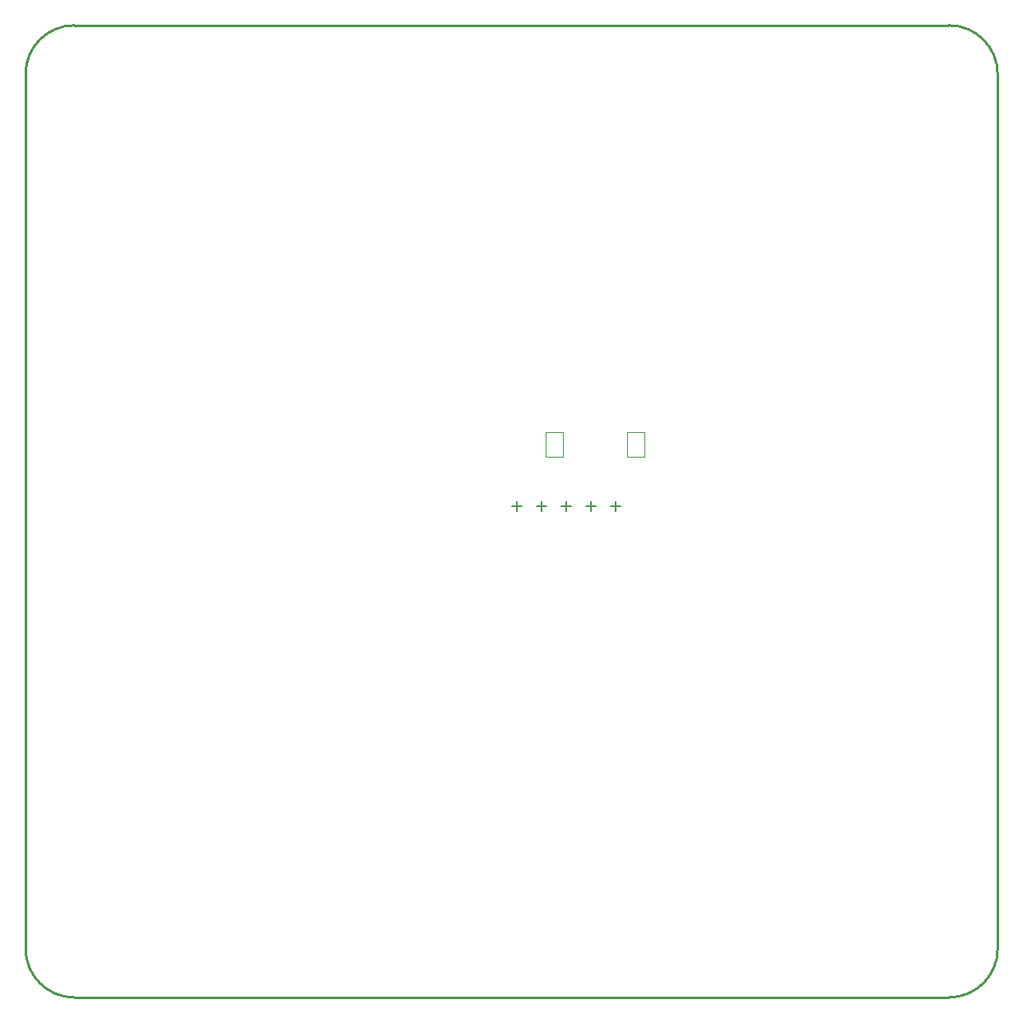
<source format=gko>
G04 Layer: BoardOutlineLayer*
G04 EasyEDA v6.5.47, 2024-09-27 14:37:58*
G04 50ea7e365bea4ea1a0dfe67087e7319b,c4deba93543447318b7234f01b5a2252,10*
G04 Gerber Generator version 0.2*
G04 Scale: 100 percent, Rotated: No, Reflected: No *
G04 Dimensions in millimeters *
G04 leading zeros omitted , absolute positions ,4 integer and 5 decimal *
%FSLAX45Y45*%
%MOMM*%

%ADD10C,0.2540*%
%ADD11C,0.0254*%
%ADD12C,0.1270*%
D10*
X799998Y-3499993D02*
G01*
X799998Y5499988D01*
X10299979Y-3999992D02*
G01*
X1299997Y-3999992D01*
X10799978Y5499988D02*
G01*
X10799978Y-3499993D01*
X1299997Y5999987D02*
G01*
X10299979Y5999987D01*
G75*
G01*
X10299979Y5999988D02*
G02*
X10799978Y5499989I0J-499999D01*
G75*
G01*
X10799978Y-3499993D02*
G02*
X10299979Y-3999992I-499999J0D01*
G75*
G01*
X1299997Y-3999992D02*
G02*
X799998Y-3499993I0J499999D01*
G75*
G01*
X799998Y5499989D02*
G02*
X1299997Y5999988I499999J0D01*
D11*
X6985000Y1816100D02*
G01*
X6985000Y1562100D01*
X6985000Y1562100D02*
G01*
X7162800Y1562100D01*
X7162800Y1562100D02*
G01*
X7162800Y1816100D01*
X7162800Y1816100D02*
G01*
X6985000Y1816100D01*
X6146800Y1816100D02*
G01*
X6146800Y1562100D01*
X6146800Y1562100D02*
G01*
X6324600Y1562100D01*
X6324600Y1562100D02*
G01*
X6324600Y1816100D01*
X6324600Y1816100D02*
G01*
X6146800Y1816100D01*
D12*
X6616700Y1104900D02*
G01*
X6616700Y1003300D01*
X6565900Y1054100D02*
G01*
X6667500Y1054100D01*
X6108700Y1104900D02*
G01*
X6108700Y1003300D01*
X6057900Y1054100D02*
G01*
X6159500Y1054100D01*
X6870700Y1104900D02*
G01*
X6870700Y1003300D01*
X6819900Y1054100D02*
G01*
X6921500Y1054100D01*
X6362700Y1104900D02*
G01*
X6362700Y1003300D01*
X6311900Y1054100D02*
G01*
X6413500Y1054100D01*
X5854700Y1104900D02*
G01*
X5854700Y1003300D01*
X5803900Y1054100D02*
G01*
X5905500Y1054100D01*

%LPD*%
M02*

</source>
